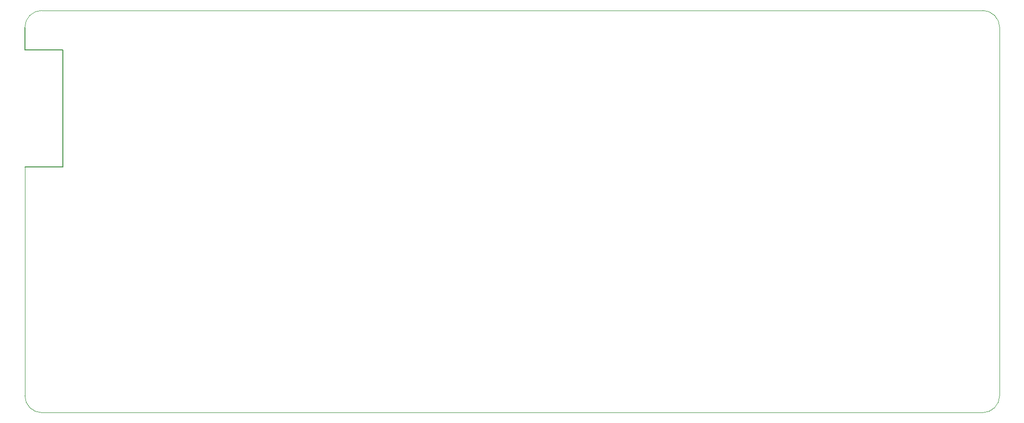
<source format=gbr>
%TF.GenerationSoftware,KiCad,Pcbnew,8.0.6*%
%TF.CreationDate,2024-10-18T08:00:21+02:00*%
%TF.ProjectId,key800,6b657938-3030-42e6-9b69-6361645f7063,1.06*%
%TF.SameCoordinates,Original*%
%TF.FileFunction,Profile,NP*%
%FSLAX46Y46*%
G04 Gerber Fmt 4.6, Leading zero omitted, Abs format (unit mm)*
G04 Created by KiCad (PCBNEW 8.0.6) date 2024-10-18 08:00:21*
%MOMM*%
%LPD*%
G01*
G04 APERTURE LIST*
%TA.AperFunction,Profile*%
%ADD10C,0.100000*%
%TD*%
%TA.AperFunction,Profile*%
%ADD11C,0.150000*%
%TD*%
G04 APERTURE END LIST*
D10*
X-42900000Y-79600000D02*
G75*
G02*
X-45899960Y-76600000I0J2999960D01*
G01*
X126100000Y-76600000D02*
G75*
G02*
X123100000Y-79600040I-3000000J-40D01*
G01*
X-45900000Y-11600000D02*
G75*
G02*
X-42900000Y-8600000I3000000J0D01*
G01*
X123100000Y-8600000D02*
G75*
G02*
X126100040Y-11600000I0J-3000040D01*
G01*
X-45900000Y-36179500D02*
X-45900000Y-76600000D01*
X-42900000Y-8600000D02*
X123100000Y-8600000D01*
X126100000Y-11600000D02*
X126100000Y-76600000D01*
D11*
X-39146000Y-15542000D02*
X-45900000Y-15542000D01*
X-39146000Y-36179500D02*
X-39146000Y-15542000D01*
X-45900000Y-36179500D02*
X-39146000Y-36179500D01*
X-45900000Y-11605000D02*
X-45900000Y-15542000D01*
D10*
X-42900000Y-79600000D02*
X123100000Y-79600000D01*
M02*

</source>
